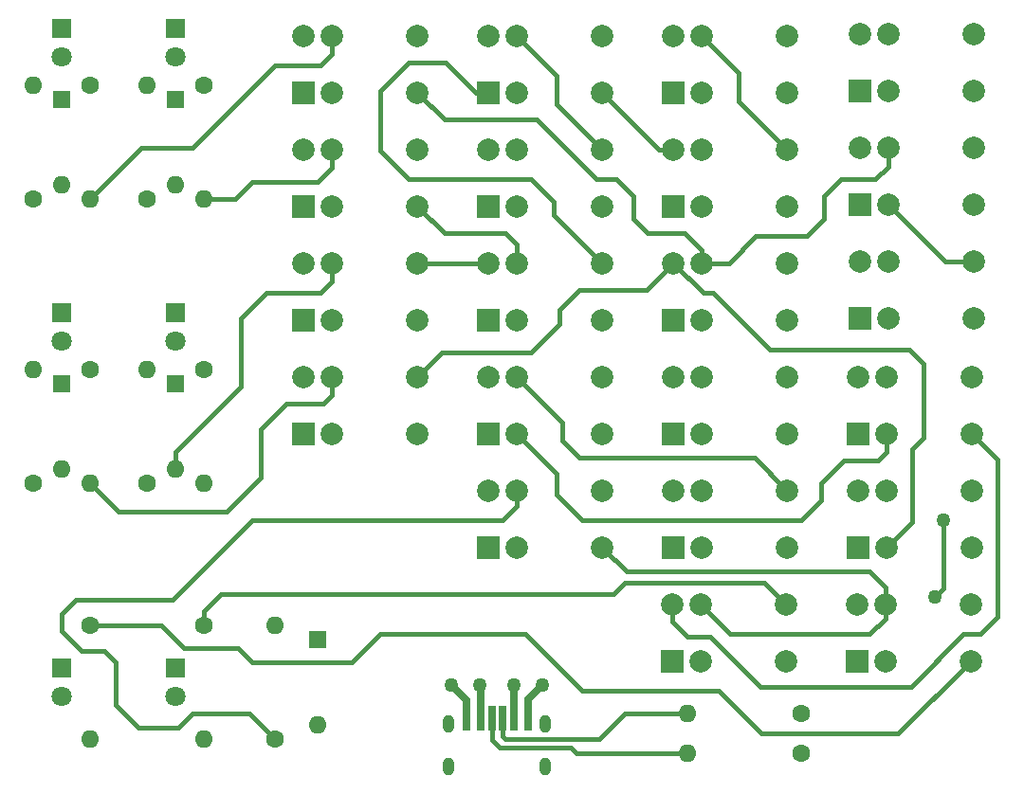
<source format=gbr>
%TF.GenerationSoftware,KiCad,Pcbnew,7.0.2*%
%TF.CreationDate,2023-05-28T17:25:48-07:00*%
%TF.ProjectId,relay-prototype,72656c61-792d-4707-926f-746f74797065,rev?*%
%TF.SameCoordinates,Original*%
%TF.FileFunction,Copper,L1,Top*%
%TF.FilePolarity,Positive*%
%FSLAX46Y46*%
G04 Gerber Fmt 4.6, Leading zero omitted, Abs format (unit mm)*
G04 Created by KiCad (PCBNEW 7.0.2) date 2023-05-28 17:25:48*
%MOMM*%
%LPD*%
G01*
G04 APERTURE LIST*
G04 Aperture macros list*
%AMRoundRect*
0 Rectangle with rounded corners*
0 $1 Rounding radius*
0 $2 $3 $4 $5 $6 $7 $8 $9 X,Y pos of 4 corners*
0 Add a 4 corners polygon primitive as box body*
4,1,4,$2,$3,$4,$5,$6,$7,$8,$9,$2,$3,0*
0 Add four circle primitives for the rounded corners*
1,1,$1+$1,$2,$3*
1,1,$1+$1,$4,$5*
1,1,$1+$1,$6,$7*
1,1,$1+$1,$8,$9*
0 Add four rect primitives between the rounded corners*
20,1,$1+$1,$2,$3,$4,$5,0*
20,1,$1+$1,$4,$5,$6,$7,0*
20,1,$1+$1,$6,$7,$8,$9,0*
20,1,$1+$1,$8,$9,$2,$3,0*%
G04 Aperture macros list end*
%TA.AperFunction,ComponentPad*%
%ADD10RoundRect,0.500000X0.000000X-0.300000X0.000000X-0.300000X0.000000X0.300000X0.000000X0.300000X0*%
%TD*%
%TA.AperFunction,SMDPad,CuDef*%
%ADD11R,0.700000X2.200000*%
%TD*%
%TA.AperFunction,SMDPad,CuDef*%
%ADD12R,0.800000X2.200000*%
%TD*%
%TA.AperFunction,ComponentPad*%
%ADD13R,2.000000X2.000000*%
%TD*%
%TA.AperFunction,ComponentPad*%
%ADD14C,2.000000*%
%TD*%
%TA.AperFunction,ComponentPad*%
%ADD15R,1.800000X1.800000*%
%TD*%
%TA.AperFunction,ComponentPad*%
%ADD16C,1.800000*%
%TD*%
%TA.AperFunction,ComponentPad*%
%ADD17R,1.600000X1.600000*%
%TD*%
%TA.AperFunction,ComponentPad*%
%ADD18O,1.600000X1.600000*%
%TD*%
%TA.AperFunction,ComponentPad*%
%ADD19C,1.600000*%
%TD*%
%TA.AperFunction,ViaPad*%
%ADD20C,1.270000*%
%TD*%
%TA.AperFunction,Conductor*%
%ADD21C,0.635000*%
%TD*%
%TA.AperFunction,Conductor*%
%ADD22C,0.381000*%
%TD*%
G04 APERTURE END LIST*
D10*
%TO.P,J1,1*%
%TO.N,N/C*%
X91810000Y-107518840D03*
X91810000Y-111318840D03*
X100450000Y-107518840D03*
X100450000Y-111318840D03*
D11*
%TO.P,J1,A5,CC1*%
%TO.N,Net-(J1-CC1)*%
X95630000Y-107018840D03*
%TO.P,J1,A9,VBUS*%
%TO.N,+5V*%
X97650000Y-107018840D03*
D12*
%TO.P,J1,A12,GND*%
%TO.N,GND*%
X98880000Y-107018840D03*
D11*
%TO.P,J1,B5,CC2*%
%TO.N,Net-(J1-CC2)*%
X96630000Y-107018840D03*
%TO.P,J1,B9,VBUS*%
%TO.N,+5V*%
X94610000Y-107018840D03*
D12*
%TO.P,J1,B12,GND*%
%TO.N,GND*%
X93380000Y-107018840D03*
%TD*%
D13*
%TO.P,K15,1*%
%TO.N,GND*%
X78832600Y-61286190D03*
D14*
%TO.P,K15,2*%
X81372600Y-61286190D03*
%TO.P,K15,5*%
%TO.N,A0*%
X88992600Y-61286190D03*
%TO.P,K15,6*%
X88992600Y-56206190D03*
%TO.P,K15,9*%
%TO.N,Net-(D15-A2)*%
X81372600Y-56206190D03*
%TO.P,K15,10*%
%TO.N,+5V*%
X78832600Y-56206190D03*
%TD*%
D15*
%TO.P,LED1,1,K*%
%TO.N,GND*%
X67402600Y-45411190D03*
D16*
%TO.P,LED1,2,A*%
%TO.N,Net-(LED1-A)*%
X67402600Y-47951190D03*
%TD*%
D13*
%TO.P,K20,1*%
%TO.N,SUM0*%
X111730100Y-101926190D03*
D14*
%TO.P,K20,2*%
%TO.N,GND*%
X114270100Y-101926190D03*
%TO.P,K20,5*%
%TO.N,OUT0*%
X121890100Y-101926190D03*
%TO.P,K20,6*%
X121890100Y-96846190D03*
%TO.P,K20,9*%
%TO.N,SELECT*%
X114270100Y-96846190D03*
%TO.P,K20,10*%
%TO.N,SUB0*%
X111730100Y-96846190D03*
%TD*%
D15*
%TO.P,LED3,1,K*%
%TO.N,GND*%
X67402600Y-70811190D03*
D16*
%TO.P,LED3,2,A*%
%TO.N,Net-(LED3-A)*%
X67402600Y-73351190D03*
%TD*%
D13*
%TO.P,K10,1*%
%TO.N,Net-(K10-Pad1)*%
X111852600Y-51126190D03*
D14*
%TO.P,K10,2*%
%TO.N,GND*%
X114392600Y-51126190D03*
%TO.P,K10,5*%
%TO.N,ADDCOUT1*%
X122012600Y-51126190D03*
%TO.P,K10,6*%
X122012600Y-46046190D03*
%TO.P,K10,9*%
%TO.N,Net-(D10-A2)*%
X114392600Y-46046190D03*
%TO.P,K10,10*%
%TO.N,+5V*%
X111852600Y-46046190D03*
%TD*%
D15*
%TO.P,LED2,1,K*%
%TO.N,GND*%
X57242600Y-45411190D03*
D16*
%TO.P,LED2,2,A*%
%TO.N,Net-(LED2-A)*%
X57242600Y-47951190D03*
%TD*%
D13*
%TO.P,K11,1*%
%TO.N,GND*%
X128362600Y-81606190D03*
D14*
%TO.P,K11,2*%
%TO.N,CIN0*%
X130902600Y-81606190D03*
%TO.P,K11,5*%
%TO.N,SUB0*%
X138522600Y-81606190D03*
%TO.P,K11,6*%
X138522600Y-76526190D03*
%TO.P,K11,9*%
%TO.N,A0*%
X130902600Y-76526190D03*
%TO.P,K11,10*%
%TO.N,+5V*%
X128362600Y-76526190D03*
%TD*%
D13*
%TO.P,K14,1*%
%TO.N,SUBCOUT0*%
X128485100Y-50993690D03*
D14*
%TO.P,K14,2*%
%TO.N,GND*%
X131025100Y-50993690D03*
%TO.P,K14,5*%
%TO.N,SUBCOUT1*%
X138645100Y-50993690D03*
%TO.P,K14,6*%
X138645100Y-45913690D03*
%TO.P,K14,9*%
%TO.N,A1*%
X131025100Y-45913690D03*
%TO.P,K14,10*%
%TO.N,GND*%
X128485100Y-45913690D03*
%TD*%
D15*
%TO.P,LED6,1,K*%
%TO.N,GND*%
X57242600Y-102561190D03*
D16*
%TO.P,LED6,2,A*%
%TO.N,Net-(LED6-A)*%
X57242600Y-105101190D03*
%TD*%
D15*
%TO.P,LED5,1,K*%
%TO.N,GND*%
X67402600Y-102561190D03*
D16*
%TO.P,LED5,2,A*%
%TO.N,Net-(LED5-A)*%
X67402600Y-105101190D03*
%TD*%
D17*
%TO.P,B0,1*%
%TO.N,+5V*%
X67402600Y-77161190D03*
D18*
%TO.P,B0,2*%
%TO.N,Net-(D17-A2)*%
X67402600Y-84781190D03*
%TD*%
D13*
%TO.P,K18,1*%
%TO.N,GND*%
X78832600Y-81606190D03*
D14*
%TO.P,K18,2*%
X81372600Y-81606190D03*
%TO.P,K18,5*%
%TO.N,B1*%
X88992600Y-81606190D03*
%TO.P,K18,6*%
X88992600Y-76526190D03*
%TO.P,K18,9*%
%TO.N,Net-(D18-A2)*%
X81372600Y-76526190D03*
%TO.P,K18,10*%
%TO.N,+5V*%
X78832600Y-76526190D03*
%TD*%
D13*
%TO.P,K3,1*%
%TO.N,GND*%
X95342020Y-71446220D03*
D14*
%TO.P,K3,2*%
X97882020Y-71446220D03*
%TO.P,K3,5*%
%TO.N,Net-(K3-Pad5)*%
X105502020Y-71446220D03*
%TO.P,K3,6*%
X105502020Y-66366220D03*
%TO.P,K3,9*%
%TO.N,A0*%
X97882020Y-66366220D03*
%TO.P,K3,10*%
%TO.N,B0*%
X95342020Y-66366220D03*
%TD*%
D15*
%TO.P,LED4,1,K*%
%TO.N,GND*%
X57242600Y-70811190D03*
D16*
%TO.P,LED4,2,A*%
%TO.N,Net-(LED4-A)*%
X57242600Y-73351190D03*
%TD*%
D17*
%TO.P,A0,1*%
%TO.N,+5V*%
X67402600Y-51761190D03*
D18*
%TO.P,A0,2*%
%TO.N,Net-(D15-A2)*%
X67402600Y-59381190D03*
%TD*%
D13*
%TO.P,K7,1*%
%TO.N,GND*%
X111852600Y-81606190D03*
D14*
%TO.P,K7,2*%
%TO.N,ADDCOUT0*%
X114392600Y-81606190D03*
%TO.P,K7,5*%
%TO.N,SUM1*%
X122012600Y-81606190D03*
%TO.P,K7,6*%
X122012600Y-76526190D03*
%TO.P,K7,9*%
%TO.N,Net-(D7-A2)*%
X114392600Y-76526190D03*
%TO.P,K7,10*%
%TO.N,+5V*%
X111852600Y-76526190D03*
%TD*%
D13*
%TO.P,K21,1*%
%TO.N,SUM1*%
X128240100Y-101926190D03*
D14*
%TO.P,K21,2*%
%TO.N,GND*%
X130780100Y-101926190D03*
%TO.P,K21,5*%
%TO.N,OUT1*%
X138400100Y-101926190D03*
%TO.P,K21,6*%
X138400100Y-96846190D03*
%TO.P,K21,9*%
%TO.N,SELECT*%
X130780100Y-96846190D03*
%TO.P,K21,10*%
%TO.N,SUB1*%
X128240100Y-96846190D03*
%TD*%
D13*
%TO.P,K19,1*%
%TO.N,GND*%
X95342600Y-91766190D03*
D14*
%TO.P,K19,2*%
X97882600Y-91766190D03*
%TO.P,K19,5*%
%TO.N,SELECT*%
X105502600Y-91766190D03*
%TO.P,K19,6*%
X105502600Y-86686190D03*
%TO.P,K19,9*%
%TO.N,Net-(D19-A2)*%
X97882600Y-86686190D03*
%TO.P,K19,10*%
%TO.N,+5V*%
X95342600Y-86686190D03*
%TD*%
D17*
%TO.P,A1,1*%
%TO.N,+5V*%
X57242600Y-51761190D03*
D18*
%TO.P,A1,2*%
%TO.N,Net-(D16-A2)*%
X57242600Y-59381190D03*
%TD*%
D13*
%TO.P,K12,1*%
%TO.N,GND*%
X128485100Y-71313690D03*
D14*
%TO.P,K12,2*%
X131025100Y-71313690D03*
%TO.P,K12,5*%
%TO.N,SUBCOUT0*%
X138645100Y-71313690D03*
%TO.P,K12,6*%
X138645100Y-66233690D03*
%TO.P,K12,9*%
%TO.N,A0*%
X131025100Y-66233690D03*
%TO.P,K12,10*%
%TO.N,CIN0*%
X128485100Y-66233690D03*
%TD*%
D13*
%TO.P,K2,1*%
%TO.N,GND*%
X95342020Y-81606025D03*
D14*
%TO.P,K2,2*%
%TO.N,CIN0*%
X97882020Y-81606025D03*
%TO.P,K2,5*%
%TO.N,SUM0*%
X105502020Y-81606025D03*
%TO.P,K2,6*%
X105502020Y-76526025D03*
%TO.P,K2,9*%
%TO.N,Net-(D2-A2)*%
X97882020Y-76526025D03*
%TO.P,K2,10*%
%TO.N,+5V*%
X95342020Y-76526025D03*
%TD*%
D13*
%TO.P,K13,1*%
%TO.N,+5V*%
X128485100Y-61153690D03*
D14*
%TO.P,K13,2*%
%TO.N,SUBCOUT0*%
X131025100Y-61153690D03*
%TO.P,K13,5*%
%TO.N,SUB1*%
X138645100Y-61153690D03*
%TO.P,K13,6*%
X138645100Y-56073690D03*
%TO.P,K13,9*%
%TO.N,A1*%
X131025100Y-56073690D03*
%TO.P,K13,10*%
%TO.N,GND*%
X128485100Y-56073690D03*
%TD*%
D13*
%TO.P,K17,1*%
%TO.N,GND*%
X78832600Y-71446190D03*
D14*
%TO.P,K17,2*%
X81372600Y-71446190D03*
%TO.P,K17,5*%
%TO.N,B0*%
X88992600Y-71446190D03*
%TO.P,K17,6*%
X88992600Y-66366190D03*
%TO.P,K17,9*%
%TO.N,Net-(D17-A2)*%
X81372600Y-66366190D03*
%TO.P,K17,10*%
%TO.N,+5V*%
X78832600Y-66366190D03*
%TD*%
D13*
%TO.P,K8,1*%
%TO.N,GND*%
X111852600Y-71446190D03*
D14*
%TO.P,K8,2*%
X114392600Y-71446190D03*
%TO.P,K8,5*%
%TO.N,Net-(K10-Pad1)*%
X122012600Y-71446190D03*
%TO.P,K8,6*%
X122012600Y-66366190D03*
%TO.P,K8,9*%
%TO.N,A1*%
X114392600Y-66366190D03*
%TO.P,K8,10*%
%TO.N,B1*%
X111852600Y-66366190D03*
%TD*%
D13*
%TO.P,K9,1*%
%TO.N,GND*%
X111852600Y-61286190D03*
D14*
%TO.P,K9,2*%
X114392600Y-61286190D03*
%TO.P,K9,5*%
%TO.N,Net-(D10-A2)*%
X122012600Y-61286190D03*
%TO.P,K9,6*%
X122012600Y-56206190D03*
%TO.P,K9,9*%
%TO.N,Net-(D7-A2)*%
X114392600Y-56206190D03*
%TO.P,K9,10*%
%TO.N,ADDCOUT0*%
X111852600Y-56206190D03*
%TD*%
D17*
%TO.P,B1,1*%
%TO.N,+5V*%
X57242600Y-77161190D03*
D18*
%TO.P,B1,2*%
%TO.N,Net-(D18-A2)*%
X57242600Y-84781190D03*
%TD*%
D13*
%TO.P,K5,1*%
%TO.N,Net-(K3-Pad5)*%
X95342020Y-51126610D03*
D14*
%TO.P,K5,2*%
%TO.N,GND*%
X97882020Y-51126610D03*
%TO.P,K5,5*%
%TO.N,ADDCOUT0*%
X105502020Y-51126610D03*
%TO.P,K5,6*%
X105502020Y-46046610D03*
%TO.P,K5,9*%
%TO.N,Net-(D5-A2)*%
X97882020Y-46046610D03*
%TO.P,K5,10*%
%TO.N,+5V*%
X95342020Y-46046610D03*
%TD*%
D13*
%TO.P,K6,1*%
%TO.N,GND*%
X128362600Y-91766190D03*
D14*
%TO.P,K6,2*%
%TO.N,B1*%
X130902600Y-91766190D03*
%TO.P,K6,5*%
%TO.N,Net-(D7-A2)*%
X138522600Y-91766190D03*
%TO.P,K6,6*%
X138522600Y-86686190D03*
%TO.P,K6,9*%
%TO.N,A1*%
X130902600Y-86686190D03*
%TO.P,K6,10*%
%TO.N,+5V*%
X128362600Y-86686190D03*
%TD*%
D13*
%TO.P,K1,1*%
%TO.N,GND*%
X111852020Y-91765830D03*
D14*
%TO.P,K1,2*%
%TO.N,B0*%
X114392020Y-91765830D03*
%TO.P,K1,5*%
%TO.N,Net-(D2-A2)*%
X122012020Y-91765830D03*
%TO.P,K1,6*%
X122012020Y-86685830D03*
%TO.P,K1,9*%
%TO.N,A0*%
X114392020Y-86685830D03*
%TO.P,K1,10*%
%TO.N,+5V*%
X111852020Y-86685830D03*
%TD*%
D13*
%TO.P,K16,1*%
%TO.N,GND*%
X78832600Y-51126610D03*
D14*
%TO.P,K16,2*%
X81372600Y-51126610D03*
%TO.P,K16,5*%
%TO.N,A1*%
X88992600Y-51126610D03*
%TO.P,K16,6*%
X88992600Y-46046610D03*
%TO.P,K16,9*%
%TO.N,Net-(D16-A2)*%
X81372600Y-46046610D03*
%TO.P,K16,10*%
%TO.N,+5V*%
X78832600Y-46046610D03*
%TD*%
D13*
%TO.P,K4,1*%
%TO.N,GND*%
X95342020Y-61286415D03*
D14*
%TO.P,K4,2*%
X97882020Y-61286415D03*
%TO.P,K4,5*%
%TO.N,Net-(D5-A2)*%
X105502020Y-61286415D03*
%TO.P,K4,6*%
X105502020Y-56206415D03*
%TO.P,K4,9*%
%TO.N,Net-(D2-A2)*%
X97882020Y-56206415D03*
%TO.P,K4,10*%
%TO.N,CIN0*%
X95342020Y-56206415D03*
%TD*%
D17*
%TO.P,S1,1*%
%TO.N,+5V*%
X80102600Y-100021190D03*
D18*
%TO.P,S1,2*%
%TO.N,Net-(D19-A2)*%
X80102600Y-107641190D03*
%TD*%
D19*
%TO.P,RCC2,1*%
%TO.N,GND*%
X123282600Y-106599790D03*
D18*
%TO.P,RCC2,2*%
%TO.N,Net-(J1-CC2)*%
X113122600Y-106599790D03*
%TD*%
D19*
%TO.P,R2,1*%
%TO.N,GND*%
X59782600Y-50491190D03*
D18*
%TO.P,R2,2*%
%TO.N,Net-(D16-A2)*%
X59782600Y-60651190D03*
%TD*%
D19*
%TO.P,RCC1,1*%
%TO.N,GND*%
X123282600Y-110181190D03*
D18*
%TO.P,RCC1,2*%
%TO.N,Net-(J1-CC1)*%
X113122600Y-110181190D03*
%TD*%
D19*
%TO.P,R1,1*%
%TO.N,GND*%
X69942600Y-50491190D03*
D18*
%TO.P,R1,2*%
%TO.N,Net-(D15-A2)*%
X69942600Y-60651190D03*
%TD*%
D19*
%TO.P,R9,1*%
%TO.N,Net-(D19-A2)*%
X76292600Y-108911190D03*
D18*
%TO.P,R9,2*%
%TO.N,GND*%
X76292600Y-98751190D03*
%TD*%
D19*
%TO.P,R10,1*%
%TO.N,OUT0*%
X69942600Y-98751190D03*
D18*
%TO.P,R10,2*%
%TO.N,Net-(LED5-A)*%
X69942600Y-108911190D03*
%TD*%
D19*
%TO.P,R5,1*%
%TO.N,Net-(D15-A2)*%
X64862600Y-60651190D03*
D18*
%TO.P,R5,2*%
%TO.N,Net-(LED1-A)*%
X64862600Y-50491190D03*
%TD*%
D19*
%TO.P,R11,1*%
%TO.N,OUT1*%
X59782600Y-98751190D03*
D18*
%TO.P,R11,2*%
%TO.N,Net-(LED6-A)*%
X59782600Y-108911190D03*
%TD*%
D19*
%TO.P,R8,1*%
%TO.N,Net-(D18-A2)*%
X54702600Y-86051190D03*
D18*
%TO.P,R8,2*%
%TO.N,Net-(LED4-A)*%
X54702600Y-75891190D03*
%TD*%
D19*
%TO.P,R3,1*%
%TO.N,GND*%
X69942600Y-75891190D03*
D18*
%TO.P,R3,2*%
%TO.N,Net-(D17-A2)*%
X69942600Y-86051190D03*
%TD*%
D19*
%TO.P,R7,1*%
%TO.N,Net-(D17-A2)*%
X64862600Y-86051190D03*
D18*
%TO.P,R7,2*%
%TO.N,Net-(LED3-A)*%
X64862600Y-75891190D03*
%TD*%
D19*
%TO.P,R6,1*%
%TO.N,Net-(D16-A2)*%
X54702600Y-60651190D03*
D18*
%TO.P,R6,2*%
%TO.N,Net-(LED2-A)*%
X54702600Y-50491190D03*
%TD*%
D19*
%TO.P,R4,1*%
%TO.N,GND*%
X59782600Y-75891190D03*
D18*
%TO.P,R4,2*%
%TO.N,Net-(D18-A2)*%
X59782600Y-86051190D03*
%TD*%
D20*
%TO.N,+5V*%
X97628600Y-104085190D03*
X94580600Y-104085190D03*
%TO.N,GND*%
X100168600Y-104085190D03*
X92040600Y-104085190D03*
%TO.N,A1*%
X135220600Y-96211190D03*
X135982600Y-89353190D03*
%TD*%
D21*
%TO.N,+5V*%
X97650000Y-107018840D02*
X97650000Y-104106590D01*
D22*
X94610000Y-104114590D02*
X94580600Y-104085190D01*
X97650000Y-104106590D02*
X97628600Y-104085190D01*
D21*
X94610000Y-107018840D02*
X94610000Y-104114590D01*
D22*
%TO.N,Net-(D15-A2)*%
X81372600Y-57857190D02*
X81372600Y-56206190D01*
X72736600Y-60651190D02*
X74260600Y-59127190D01*
X80102600Y-59127190D02*
X81372600Y-57857190D01*
X74260600Y-59127190D02*
X80102600Y-59127190D01*
X69942600Y-60651190D02*
X72736600Y-60651190D01*
%TO.N,Net-(D16-A2)*%
X59782600Y-60651190D02*
X64354600Y-56079190D01*
X80356600Y-48713190D02*
X81372600Y-47697190D01*
X68926600Y-56079190D02*
X76292600Y-48713190D01*
X64354600Y-56079190D02*
X68926600Y-56079190D01*
X76292600Y-48713190D02*
X80356600Y-48713190D01*
X81372600Y-47697190D02*
X81372600Y-46046610D01*
%TO.N,Net-(D17-A2)*%
X67402600Y-84781190D02*
X67402600Y-83257190D01*
X67402600Y-83257190D02*
X73244600Y-77415190D01*
X75530600Y-69033190D02*
X80356600Y-69033190D01*
X73244600Y-71319190D02*
X75530600Y-69033190D01*
X80356600Y-69033190D02*
X81372600Y-68017190D01*
X81372600Y-68017190D02*
X81372600Y-66366190D01*
X73244600Y-77415190D02*
X73244600Y-71319190D01*
%TO.N,Net-(D18-A2)*%
X81372600Y-78177190D02*
X81372600Y-76526190D01*
X80610600Y-78939190D02*
X81372600Y-78177190D01*
X77308600Y-78939190D02*
X80610600Y-78939190D01*
X59782600Y-86051190D02*
X62322600Y-88591190D01*
X75022600Y-85543190D02*
X75022600Y-81225190D01*
X62322600Y-88591190D02*
X71974600Y-88591190D01*
X75022600Y-81225190D02*
X77308600Y-78939190D01*
X71974600Y-88591190D02*
X75022600Y-85543190D01*
%TO.N,B0*%
X88992630Y-66366220D02*
X88992600Y-66366190D01*
X95342020Y-66366220D02*
X88992630Y-66366220D01*
%TO.N,A0*%
X97882020Y-66366220D02*
X97882020Y-64714610D01*
X97882020Y-64714610D02*
X96866600Y-63699190D01*
X96866600Y-63699190D02*
X91405600Y-63699190D01*
X91405600Y-63699190D02*
X88992600Y-61286190D01*
%TO.N,CIN0*%
X123282600Y-89353190D02*
X103724600Y-89353190D01*
X101438600Y-87067190D02*
X101438600Y-85162605D01*
X125060600Y-86051190D02*
X125060600Y-87575190D01*
X127092600Y-84019190D02*
X125060600Y-86051190D01*
X130140600Y-84019190D02*
X127092600Y-84019190D01*
X130902600Y-81606190D02*
X130902600Y-83257190D01*
X103724600Y-89353190D02*
X101438600Y-87067190D01*
X130902600Y-83257190D02*
X130140600Y-84019190D01*
X101438600Y-85162605D02*
X97882020Y-81606025D01*
X125060600Y-87575190D02*
X123282600Y-89353190D01*
%TO.N,Net-(D2-A2)*%
X103470600Y-83765190D02*
X119091380Y-83765190D01*
X119091380Y-83765190D02*
X122012020Y-86685830D01*
X101946600Y-82241190D02*
X103470600Y-83765190D01*
X101946600Y-80590605D02*
X101946600Y-82241190D01*
X97882020Y-76526025D02*
X101946600Y-80590605D01*
D21*
%TO.N,GND*%
X98880000Y-107018840D02*
X98880000Y-105373790D01*
X98880000Y-105373790D02*
X100168600Y-104085190D01*
X93380000Y-105424590D02*
X93380000Y-107018840D01*
X92040600Y-104085190D02*
X93380000Y-105424590D01*
D22*
%TO.N,Net-(D5-A2)*%
X97882020Y-46046610D02*
X101438600Y-49603190D01*
X101438600Y-52142995D02*
X105502020Y-56206415D01*
X101438600Y-49603190D02*
X101438600Y-52142995D01*
%TO.N,B1*%
X130902600Y-91766190D02*
X133188600Y-89480190D01*
X101692600Y-71827190D02*
X101692600Y-70557190D01*
X132934600Y-74113190D02*
X120488600Y-74113190D01*
X103470600Y-68779190D02*
X109439600Y-68779190D01*
X134204600Y-81987190D02*
X134204600Y-75383190D01*
X115408600Y-69033190D02*
X114519600Y-69033190D01*
X91151600Y-74367190D02*
X99152600Y-74367190D01*
X133188600Y-89480190D02*
X133188600Y-83003190D01*
X99152600Y-74367190D02*
X101692600Y-71827190D01*
X133188600Y-83003190D02*
X134204600Y-81987190D01*
X120488600Y-74113190D02*
X115408600Y-69033190D01*
X114519600Y-69033190D02*
X111852600Y-66366190D01*
X109439600Y-68779190D02*
X111852600Y-66366190D01*
X134204600Y-75383190D02*
X132934600Y-74113190D01*
X101692600Y-70557190D02*
X103470600Y-68779190D01*
X88992600Y-76526190D02*
X91151600Y-74367190D01*
%TO.N,A1*%
X91405180Y-53539190D02*
X99660600Y-53539190D01*
X116805600Y-66366190D02*
X114392600Y-66366190D01*
X88992600Y-51126610D02*
X91405180Y-53539190D01*
X108296600Y-60397190D02*
X108296600Y-62429190D01*
X131025100Y-56073690D02*
X131025100Y-57734690D01*
X108296600Y-62429190D02*
X109566600Y-63699190D01*
X114392600Y-65223190D02*
X114392600Y-66366190D01*
X125314600Y-62429190D02*
X123790600Y-63953190D01*
X106772600Y-58873190D02*
X108296600Y-60397190D01*
X125314600Y-60397190D02*
X125314600Y-62429190D01*
X109566600Y-63699190D02*
X112868600Y-63699190D01*
X129886600Y-58873190D02*
X126838600Y-58873190D01*
X112868600Y-63699190D02*
X114392600Y-65223190D01*
X135982600Y-95449190D02*
X135220600Y-96211190D01*
X135982600Y-89353190D02*
X135982600Y-95449190D01*
X131025100Y-57734690D02*
X129886600Y-58873190D01*
X99660600Y-53539190D02*
X104994600Y-58873190D01*
X123790600Y-63953190D02*
X119218600Y-63953190D01*
X126838600Y-58873190D02*
X125314600Y-60397190D01*
X104994600Y-58873190D02*
X106772600Y-58873190D01*
X119218600Y-63953190D02*
X116805600Y-66366190D01*
%TO.N,ADDCOUT0*%
X105502020Y-51126610D02*
X110581600Y-56206190D01*
X110581600Y-56206190D02*
X111852600Y-56206190D01*
%TO.N,Net-(D10-A2)*%
X117694600Y-51888190D02*
X117694600Y-49348190D01*
X117694600Y-49348190D02*
X114392600Y-46046190D01*
X122012600Y-56206190D02*
X117694600Y-51888190D01*
%TO.N,SUBCOUT0*%
X138645100Y-66233690D02*
X136105100Y-66233690D01*
X136105100Y-66233690D02*
X131025100Y-61153690D01*
%TO.N,Net-(D19-A2)*%
X57242600Y-99259190D02*
X57242600Y-97735190D01*
X74006600Y-106625190D02*
X68926600Y-106625190D01*
X62068600Y-102053190D02*
X61052600Y-101037190D01*
X62068600Y-105863190D02*
X62068600Y-102053190D01*
X76292600Y-108911190D02*
X74006600Y-106625190D01*
X74260600Y-89353190D02*
X96612600Y-89353190D01*
X59020600Y-101037190D02*
X57242600Y-99259190D01*
X57242600Y-97735190D02*
X58512600Y-96465190D01*
X61052600Y-101037190D02*
X59020600Y-101037190D01*
X96612600Y-89353190D02*
X97882600Y-88083190D01*
X64100600Y-107895190D02*
X62068600Y-105863190D01*
X58512600Y-96465190D02*
X67148600Y-96465190D01*
X67656600Y-107895190D02*
X64100600Y-107895190D01*
X97882600Y-88083190D02*
X97882600Y-86686190D01*
X67148600Y-96465190D02*
X74260600Y-89353190D01*
X68926600Y-106625190D02*
X67656600Y-107895190D01*
%TO.N,SELECT*%
X116937100Y-99513190D02*
X129378600Y-99513190D01*
X105502600Y-91766190D02*
X107661600Y-93925190D01*
X129378600Y-93925190D02*
X130780100Y-95326690D01*
X107661600Y-93925190D02*
X129378600Y-93925190D01*
X130780100Y-98111690D02*
X130780100Y-96846190D01*
X114270100Y-96846190D02*
X116937100Y-99513190D01*
X129378600Y-99513190D02*
X130780100Y-98111690D01*
X130780100Y-95326690D02*
X130780100Y-96846190D01*
%TO.N,Net-(K3-Pad5)*%
X85690600Y-50999190D02*
X85690600Y-56333190D01*
X88230600Y-48459190D02*
X85690600Y-50999190D01*
X91532600Y-48459190D02*
X88230600Y-48459190D01*
X101184600Y-60905190D02*
X101184600Y-62048800D01*
X95342020Y-51126610D02*
X94200020Y-51126610D01*
X101184600Y-62048800D02*
X105502020Y-66366220D01*
X99152600Y-58873190D02*
X101184600Y-60905190D01*
X85690600Y-56333190D02*
X88230600Y-58873190D01*
X94200020Y-51126610D02*
X91532600Y-48459190D01*
X88230600Y-58873190D02*
X99152600Y-58873190D01*
%TO.N,SUB0*%
X139284600Y-99513190D02*
X140808600Y-97989190D01*
X137760600Y-99513190D02*
X139284600Y-99513190D01*
X133061600Y-104212190D02*
X137760600Y-99513190D01*
X140808600Y-97989190D02*
X140808600Y-83892190D01*
X111730100Y-96846190D02*
X111730100Y-98374690D01*
X115154600Y-99767190D02*
X119599600Y-104212190D01*
X113122600Y-99767190D02*
X115154600Y-99767190D01*
X119599600Y-104212190D02*
X133061600Y-104212190D01*
X111730100Y-98374690D02*
X113122600Y-99767190D01*
X140808600Y-83892190D02*
X138522600Y-81606190D01*
%TO.N,OUT0*%
X71466600Y-95957190D02*
X106518600Y-95957190D01*
X69942600Y-97481190D02*
X71466600Y-95957190D01*
X69942600Y-98751190D02*
X69942600Y-97481190D01*
X107534600Y-94941190D02*
X119985100Y-94941190D01*
X106518600Y-95957190D02*
X107534600Y-94941190D01*
X119985100Y-94941190D02*
X121890100Y-96846190D01*
%TO.N,OUT1*%
X98644600Y-99513190D02*
X85690600Y-99513190D01*
X103724600Y-104593190D02*
X98644600Y-99513190D01*
X115916600Y-104593190D02*
X103724600Y-104593190D01*
X119726600Y-108403190D02*
X115916600Y-104593190D01*
X138400100Y-101926190D02*
X131923100Y-108403190D01*
X74260600Y-102053190D02*
X72990600Y-100783190D01*
X85690600Y-99513190D02*
X83150600Y-102053190D01*
X66132600Y-98751190D02*
X59782600Y-98751190D01*
X131923100Y-108403190D02*
X119726600Y-108403190D01*
X72990600Y-100783190D02*
X68164600Y-100783190D01*
X83150600Y-102053190D02*
X74260600Y-102053190D01*
X68164600Y-100783190D02*
X66132600Y-98751190D01*
%TO.N,Net-(J1-CC1)*%
X95630000Y-108944590D02*
X96358600Y-109673190D01*
X95630000Y-107018840D02*
X95630000Y-108944590D01*
X103216600Y-110181190D02*
X113122600Y-110181190D01*
X102708600Y-109673190D02*
X103216600Y-110181190D01*
X96358600Y-109673190D02*
X102708600Y-109673190D01*
%TO.N,Net-(J1-CC2)*%
X107560000Y-106599790D02*
X113122600Y-106599790D01*
X96630000Y-108674590D02*
X96866600Y-108911190D01*
X96630000Y-107018840D02*
X96630000Y-108674590D01*
X96866600Y-108911190D02*
X105248600Y-108911190D01*
X105248600Y-108911190D02*
X107560000Y-106599790D01*
%TD*%
M02*

</source>
